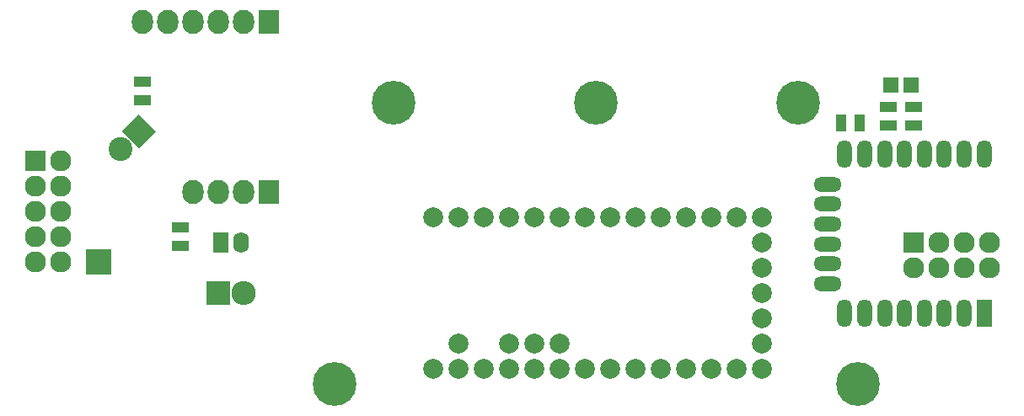
<source format=gbs>
G04 #@! TF.FileFunction,Soldermask,Bot*
%FSLAX46Y46*%
G04 Gerber Fmt 4.6, Leading zero omitted, Abs format (unit mm)*
G04 Created by KiCad (PCBNEW 4.0.1-stable) date 3/24/2016 2:28:27 AM*
%MOMM*%
G01*
G04 APERTURE LIST*
%ADD10C,0.100000*%
%ADD11R,2.127200X2.127200*%
%ADD12O,2.127200X2.127200*%
%ADD13O,2.800000X1.500000*%
%ADD14R,1.500000X2.800000*%
%ADD15O,1.500000X2.800000*%
%ADD16C,2.000000*%
%ADD17R,2.127200X2.432000*%
%ADD18O,2.127200X2.432000*%
%ADD19R,1.700000X1.100000*%
%ADD20C,2.400000*%
%ADD21R,2.432000X2.432000*%
%ADD22O,2.432000X2.432000*%
%ADD23R,1.100000X1.700000*%
%ADD24R,1.598880X1.598880*%
%ADD25C,4.400000*%
%ADD26R,1.598880X2.099260*%
%ADD27O,1.598880X2.099260*%
%ADD28R,2.635200X2.635200*%
G04 APERTURE END LIST*
D10*
D11*
X189230000Y-90170000D03*
D12*
X189230000Y-92710000D03*
X191770000Y-90170000D03*
X191770000Y-92710000D03*
X194310000Y-90170000D03*
X194310000Y-92710000D03*
X196850000Y-90170000D03*
X196850000Y-92710000D03*
D13*
X180560000Y-94290000D03*
X180560000Y-92290000D03*
X180560000Y-90290000D03*
X180560000Y-88290000D03*
X180560000Y-86290000D03*
X180560000Y-84290000D03*
D14*
X196310000Y-97280000D03*
D15*
X194310000Y-97280000D03*
X192310000Y-97280000D03*
X190310000Y-97280000D03*
X188310000Y-97280000D03*
X186310000Y-97280000D03*
X184310000Y-97280000D03*
X182310000Y-97280000D03*
X182310000Y-81280000D03*
X184310000Y-81280000D03*
X186310000Y-81280000D03*
X188310000Y-81280000D03*
X190310000Y-81280000D03*
X192310000Y-81280000D03*
X194310000Y-81280000D03*
X196310000Y-81280000D03*
D16*
X173990000Y-95250000D03*
X173990000Y-97790000D03*
X173990000Y-100330000D03*
X173990000Y-102870000D03*
X173990000Y-92710000D03*
X173990000Y-90170000D03*
X173990000Y-87630000D03*
X171450000Y-102870000D03*
X168910000Y-102870000D03*
X166370000Y-102870000D03*
X163830000Y-102870000D03*
X161290000Y-102870000D03*
X158750000Y-102870000D03*
X156210000Y-102870000D03*
X153670000Y-102870000D03*
X151130000Y-102870000D03*
X148590000Y-102870000D03*
X146050000Y-102870000D03*
X143510000Y-102870000D03*
X140970000Y-102870000D03*
X143510000Y-100330000D03*
X148590000Y-100330000D03*
X151130000Y-100330000D03*
X153670000Y-100330000D03*
X171450000Y-87630000D03*
X168910000Y-87630000D03*
X166370000Y-87630000D03*
X163830000Y-87630000D03*
X161290000Y-87630000D03*
X158750000Y-87630000D03*
X156210000Y-87630000D03*
X153670000Y-87630000D03*
X151130000Y-87630000D03*
X148590000Y-87630000D03*
X146050000Y-87630000D03*
X143510000Y-87630000D03*
X140970000Y-87630000D03*
D17*
X124460000Y-85090000D03*
D18*
X121920000Y-85090000D03*
X119380000Y-85090000D03*
X116840000Y-85090000D03*
D19*
X189230000Y-76520000D03*
X189230000Y-78420000D03*
D10*
G36*
X109681944Y-78994000D02*
X111379000Y-77296944D01*
X113076056Y-78994000D01*
X111379000Y-80691056D01*
X109681944Y-78994000D01*
X109681944Y-78994000D01*
G37*
D20*
X109582949Y-80790051D03*
D21*
X119380000Y-95250000D03*
D22*
X121920000Y-95250000D03*
D19*
X186690000Y-76520000D03*
X186690000Y-78420000D03*
D23*
X183830000Y-78105000D03*
X181930000Y-78105000D03*
D19*
X115570000Y-90485000D03*
X115570000Y-88585000D03*
X111760000Y-75880000D03*
X111760000Y-73980000D03*
D24*
X186910980Y-74295000D03*
X189009020Y-74295000D03*
D25*
X136956800Y-76073000D03*
X157276800Y-76073000D03*
X177596800Y-76073000D03*
X131064000Y-104394000D03*
X183642000Y-104394000D03*
D17*
X124460000Y-67945000D03*
D18*
X121920000Y-67945000D03*
X119380000Y-67945000D03*
X116840000Y-67945000D03*
X114300000Y-67945000D03*
X111760000Y-67945000D03*
D26*
X119649240Y-90170000D03*
D27*
X121650760Y-90170000D03*
D11*
X100965000Y-81915000D03*
D12*
X103505000Y-81915000D03*
X100965000Y-84455000D03*
X103505000Y-84455000D03*
X100965000Y-86995000D03*
X103505000Y-86995000D03*
X100965000Y-89535000D03*
X103505000Y-89535000D03*
X100965000Y-92075000D03*
X103505000Y-92075000D03*
D28*
X107315000Y-92075000D03*
M02*

</source>
